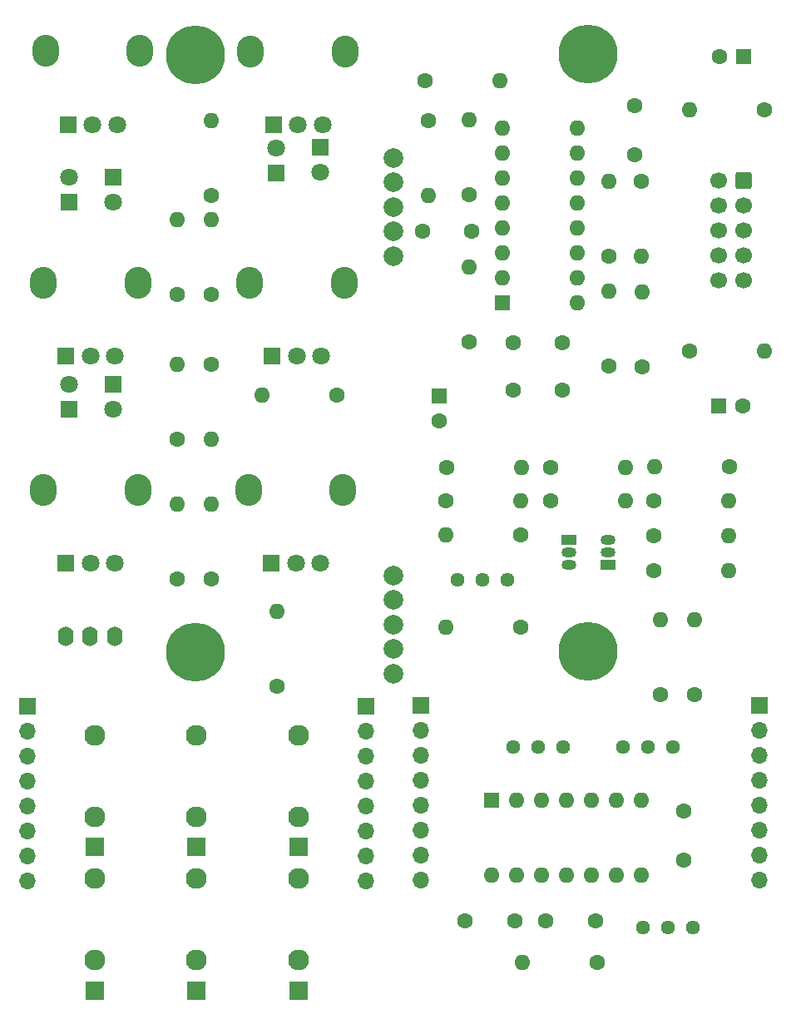
<source format=gbr>
%TF.GenerationSoftware,KiCad,Pcbnew,5.99.0-unknown-fb4343bc8f~130~ubuntu20.04.1*%
%TF.CreationDate,2021-06-28T22:25:34+02:00*%
%TF.ProjectId,MS20-Plus-VCF-v2,4d533230-2d50-46c7-9573-2d5643462d76,rev?*%
%TF.SameCoordinates,Original*%
%TF.FileFunction,Soldermask,Top*%
%TF.FilePolarity,Negative*%
%FSLAX46Y46*%
G04 Gerber Fmt 4.6, Leading zero omitted, Abs format (unit mm)*
G04 Created by KiCad (PCBNEW 5.99.0-unknown-fb4343bc8f~130~ubuntu20.04.1) date 2021-06-28 22:25:34*
%MOMM*%
%LPD*%
G01*
G04 APERTURE LIST*
G04 Aperture macros list*
%AMRoundRect*
0 Rectangle with rounded corners*
0 $1 Rounding radius*
0 $2 $3 $4 $5 $6 $7 $8 $9 X,Y pos of 4 corners*
0 Add a 4 corners polygon primitive as box body*
4,1,4,$2,$3,$4,$5,$6,$7,$8,$9,$2,$3,0*
0 Add four circle primitives for the rounded corners*
1,1,$1+$1,$2,$3*
1,1,$1+$1,$4,$5*
1,1,$1+$1,$6,$7*
1,1,$1+$1,$8,$9*
0 Add four rect primitives between the rounded corners*
20,1,$1+$1,$2,$3,$4,$5,0*
20,1,$1+$1,$4,$5,$6,$7,0*
20,1,$1+$1,$6,$7,$8,$9,0*
20,1,$1+$1,$8,$9,$2,$3,0*%
G04 Aperture macros list end*
%ADD10C,2.000000*%
%ADD11O,1.700000X1.700000*%
%ADD12R,1.700000X1.700000*%
%ADD13O,2.720000X3.240000*%
%ADD14R,1.800000X1.800000*%
%ADD15C,1.800000*%
%ADD16C,1.600000*%
%ADD17O,1.600000X1.600000*%
%ADD18R,1.930000X1.830000*%
%ADD19C,2.130000*%
%ADD20C,6.000000*%
%ADD21O,1.600000X2.000000*%
%ADD22R,1.600000X1.600000*%
%ADD23C,1.440000*%
%ADD24O,1.500000X1.050000*%
%ADD25R,1.500000X1.050000*%
%ADD26C,1.700000*%
%ADD27RoundRect,0.250000X0.600000X0.600000X-0.600000X0.600000X-0.600000X-0.600000X0.600000X-0.600000X0*%
G04 APERTURE END LIST*
D10*
X77500000Y-65725000D03*
X77500000Y-68225000D03*
X77500000Y-70725000D03*
X77500000Y-75725000D03*
X77500000Y-73225000D03*
X77500000Y-113200000D03*
X77500000Y-115700000D03*
X77500000Y-108200000D03*
X77500000Y-110700000D03*
X77500000Y-118200000D03*
D11*
X114750000Y-139230000D03*
X114750000Y-136690000D03*
X114750000Y-134150000D03*
X114750000Y-131610000D03*
X114750000Y-129070000D03*
X114750000Y-126530000D03*
X114750000Y-123990000D03*
D12*
X114750000Y-121450000D03*
D13*
X63000000Y-54875000D03*
X72600000Y-54875000D03*
D14*
X65300000Y-62375000D03*
D15*
X67800000Y-62375000D03*
X70300000Y-62375000D03*
D16*
X58950000Y-108610000D03*
D17*
X58950000Y-100990000D03*
D16*
X58950000Y-79610000D03*
D17*
X58950000Y-71990000D03*
D18*
X67900000Y-135880000D03*
D19*
X67900000Y-124480000D03*
X67900000Y-132780000D03*
D14*
X49000000Y-67660000D03*
D15*
X49000000Y-70200000D03*
D18*
X57500000Y-135860000D03*
D19*
X57500000Y-124460000D03*
X57500000Y-132760000D03*
D14*
X44500000Y-70210000D03*
D15*
X44500000Y-67670000D03*
D18*
X47100000Y-150480000D03*
D19*
X47100000Y-139080000D03*
X47100000Y-147380000D03*
D16*
X65700000Y-119510000D03*
D17*
X65700000Y-111890000D03*
D14*
X65550000Y-67225000D03*
D15*
X65550000Y-64685000D03*
D16*
X55500000Y-79610000D03*
D17*
X55500000Y-71990000D03*
D14*
X70050000Y-64675000D03*
D15*
X70050000Y-67215000D03*
D20*
X57350000Y-55200000D03*
D16*
X55500000Y-94360000D03*
D17*
X55500000Y-86740000D03*
D20*
X97350000Y-115950000D03*
D18*
X67900000Y-150480000D03*
D19*
X67900000Y-139080000D03*
X67900000Y-147380000D03*
D14*
X49000000Y-88790000D03*
D15*
X49000000Y-91330000D03*
D13*
X51500000Y-99500000D03*
X41900000Y-99500000D03*
D14*
X44200000Y-107000000D03*
D15*
X46700000Y-107000000D03*
X49200000Y-107000000D03*
D18*
X57500000Y-150480000D03*
D19*
X57500000Y-139080000D03*
X57500000Y-147380000D03*
D16*
X71760000Y-89900000D03*
D17*
X64140000Y-89900000D03*
D18*
X47100000Y-135880000D03*
D19*
X47100000Y-124480000D03*
X47100000Y-132780000D03*
D14*
X44500000Y-91340000D03*
D15*
X44500000Y-88800000D03*
D13*
X42100000Y-54825000D03*
X51700000Y-54825000D03*
D14*
X44400000Y-62325000D03*
D15*
X46900000Y-62325000D03*
X49400000Y-62325000D03*
D16*
X55500000Y-108610000D03*
D17*
X55500000Y-100990000D03*
D20*
X97350000Y-55150000D03*
D11*
X80300000Y-139230000D03*
X80300000Y-136690000D03*
X80300000Y-134150000D03*
X80300000Y-131610000D03*
X80300000Y-129070000D03*
X80300000Y-126530000D03*
X80300000Y-123990000D03*
D12*
X80300000Y-121450000D03*
D13*
X62900000Y-78400000D03*
X72500000Y-78400000D03*
D14*
X65200000Y-85900000D03*
D15*
X67700000Y-85900000D03*
X70200000Y-85900000D03*
D13*
X51500000Y-78400000D03*
X41900000Y-78400000D03*
D14*
X44200000Y-85900000D03*
D15*
X46700000Y-85900000D03*
X49200000Y-85900000D03*
D16*
X58950000Y-86740000D03*
D17*
X58950000Y-94360000D03*
D16*
X58950000Y-69510000D03*
D17*
X58950000Y-61890000D03*
D20*
X57350000Y-116000000D03*
D13*
X72400000Y-99500000D03*
X62800000Y-99500000D03*
D14*
X65100000Y-107000000D03*
D15*
X67600000Y-107000000D03*
X70100000Y-107000000D03*
D21*
X49150000Y-114450000D03*
X46650000Y-114450000D03*
X44150000Y-114450000D03*
D17*
X104700000Y-112700000D03*
D16*
X104700000Y-120320000D03*
X113100000Y-90950000D03*
D22*
X110600000Y-90950000D03*
D17*
X111670000Y-100650000D03*
D16*
X104050000Y-100650000D03*
X107100000Y-137200000D03*
X107100000Y-132200000D03*
D17*
X101160000Y-97200000D03*
D16*
X93540000Y-97200000D03*
D17*
X82840000Y-113500000D03*
D16*
X90460000Y-113500000D03*
D12*
X40250000Y-121500000D03*
D11*
X40250000Y-124040000D03*
X40250000Y-126580000D03*
X40250000Y-129120000D03*
X40250000Y-131660000D03*
X40250000Y-134200000D03*
X40250000Y-136740000D03*
X40250000Y-139280000D03*
D17*
X85250000Y-61880000D03*
D16*
X85250000Y-69500000D03*
D17*
X85200000Y-76840000D03*
D16*
X85200000Y-84460000D03*
D17*
X88370000Y-57850000D03*
D16*
X80750000Y-57850000D03*
D17*
X104080000Y-97150000D03*
D16*
X111700000Y-97150000D03*
D17*
X90510000Y-100650000D03*
D16*
X82890000Y-100650000D03*
D23*
X107980000Y-144050000D03*
X105440000Y-144050000D03*
X102900000Y-144050000D03*
D16*
X110682380Y-55400000D03*
D22*
X113182380Y-55400000D03*
D23*
X89720000Y-125700000D03*
X92260000Y-125700000D03*
X94800000Y-125700000D03*
D17*
X99450000Y-79320000D03*
D16*
X99450000Y-86940000D03*
D17*
X111670000Y-104150000D03*
D16*
X104050000Y-104150000D03*
D17*
X81050000Y-69510000D03*
D16*
X81050000Y-61890000D03*
X102100000Y-60390000D03*
X102100000Y-65390000D03*
D17*
X99450000Y-68130000D03*
D16*
X99450000Y-75750000D03*
D17*
X108150000Y-112690000D03*
D16*
X108150000Y-120310000D03*
X89700000Y-84540000D03*
X94700000Y-84540000D03*
D17*
X90660000Y-147650000D03*
D16*
X98280000Y-147650000D03*
D24*
X99377500Y-104630000D03*
X99377500Y-105900000D03*
D25*
X99377500Y-107170000D03*
D16*
X89850000Y-143350000D03*
X84850000Y-143350000D03*
D17*
X107680000Y-60800000D03*
D16*
X115300000Y-60800000D03*
X89700000Y-89340000D03*
X94700000Y-89340000D03*
D26*
X110612500Y-78180000D03*
X113152500Y-78180000D03*
X110612500Y-75640000D03*
X113152500Y-75640000D03*
X110612500Y-73100000D03*
X113152500Y-73100000D03*
X110612500Y-70560000D03*
X113152500Y-70560000D03*
X110612500Y-68020000D03*
D27*
X113152500Y-68020000D03*
D17*
X90570000Y-97200000D03*
D16*
X82950000Y-97200000D03*
X80450000Y-73190000D03*
X85450000Y-73190000D03*
D17*
X82890000Y-104100000D03*
D16*
X90510000Y-104100000D03*
D17*
X115320000Y-85390000D03*
D16*
X107700000Y-85390000D03*
D17*
X101160000Y-100650000D03*
D16*
X93540000Y-100650000D03*
D23*
X105980000Y-125700000D03*
X103440000Y-125700000D03*
X100900000Y-125700000D03*
D17*
X87515000Y-138750000D03*
X90055000Y-138750000D03*
X92595000Y-138750000D03*
X95135000Y-138750000D03*
X97675000Y-138750000D03*
X100215000Y-138750000D03*
X102755000Y-138750000D03*
X102755000Y-131130000D03*
X100215000Y-131130000D03*
X97675000Y-131130000D03*
X95135000Y-131130000D03*
X92595000Y-131130000D03*
X90055000Y-131130000D03*
D22*
X87515000Y-131130000D03*
D17*
X111670000Y-107750000D03*
D16*
X104050000Y-107750000D03*
D17*
X102850000Y-79330000D03*
D16*
X102850000Y-86950000D03*
X82200000Y-92494888D03*
D22*
X82200000Y-89994888D03*
D17*
X102800000Y-75750000D03*
D16*
X102800000Y-68130000D03*
X98065000Y-143355000D03*
X93065000Y-143355000D03*
D17*
X96240000Y-80505000D03*
X96240000Y-77965000D03*
X96240000Y-75425000D03*
X96240000Y-72885000D03*
X96240000Y-70345000D03*
X96240000Y-67805000D03*
X96240000Y-65265000D03*
X96240000Y-62725000D03*
X88620000Y-62725000D03*
X88620000Y-65265000D03*
X88620000Y-67805000D03*
X88620000Y-70345000D03*
X88620000Y-72885000D03*
X88620000Y-75425000D03*
X88620000Y-77965000D03*
D22*
X88620000Y-80505000D03*
D24*
X95380500Y-107170000D03*
X95380500Y-105900000D03*
D25*
X95380500Y-104630000D03*
D12*
X74700000Y-121500000D03*
D11*
X74700000Y-124040000D03*
X74700000Y-126580000D03*
X74700000Y-129120000D03*
X74700000Y-131660000D03*
X74700000Y-134200000D03*
X74700000Y-136740000D03*
X74700000Y-139280000D03*
D23*
X84020000Y-108700000D03*
X86560000Y-108700000D03*
X89100000Y-108700000D03*
M02*

</source>
